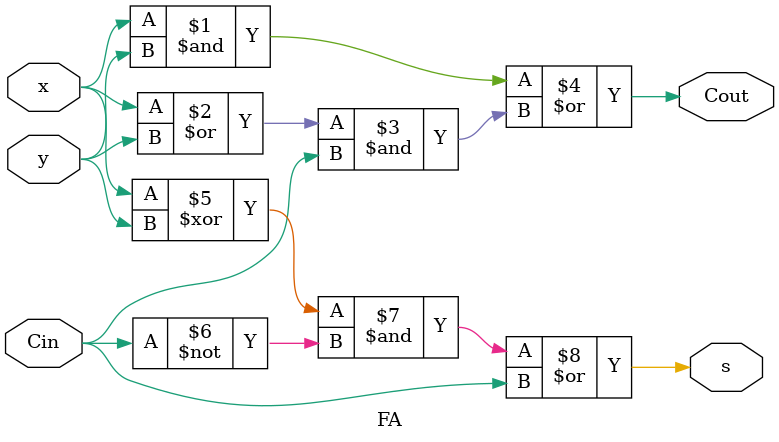
<source format=v>
module FA( x, y, Cin, Cout, s);
	input Cin, x, y;
	output s, Cout ;
	
	assign Cout = (x & y) | ((x | y) & Cin);
	assign s = ((x^y) & ~Cin) | Cin;
	
	
	endmodule 
</source>
